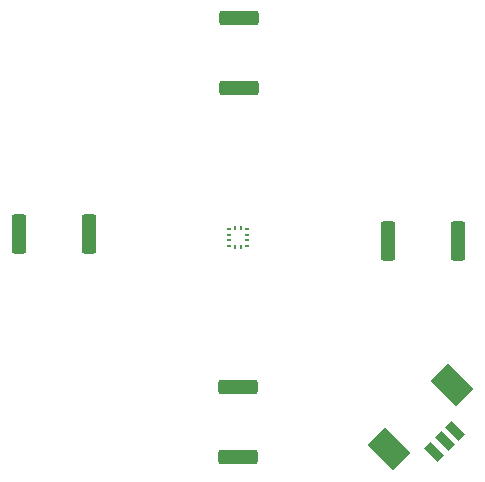
<source format=gbr>
%TF.GenerationSoftware,KiCad,Pcbnew,(6.0.8)*%
%TF.CreationDate,2022-10-28T13:46:59+02:00*%
%TF.ProjectId,view_base,76696577-5f62-4617-9365-2e6b69636164,rev?*%
%TF.SameCoordinates,Original*%
%TF.FileFunction,Paste,Bot*%
%TF.FilePolarity,Positive*%
%FSLAX46Y46*%
G04 Gerber Fmt 4.6, Leading zero omitted, Abs format (unit mm)*
G04 Created by KiCad (PCBNEW (6.0.8)) date 2022-10-28 13:46:59*
%MOMM*%
%LPD*%
G01*
G04 APERTURE LIST*
G04 Aperture macros list*
%AMRoundRect*
0 Rectangle with rounded corners*
0 $1 Rounding radius*
0 $2 $3 $4 $5 $6 $7 $8 $9 X,Y pos of 4 corners*
0 Add a 4 corners polygon primitive as box body*
4,1,4,$2,$3,$4,$5,$6,$7,$8,$9,$2,$3,0*
0 Add four circle primitives for the rounded corners*
1,1,$1+$1,$2,$3*
1,1,$1+$1,$4,$5*
1,1,$1+$1,$6,$7*
1,1,$1+$1,$8,$9*
0 Add four rect primitives between the rounded corners*
20,1,$1+$1,$2,$3,$4,$5,0*
20,1,$1+$1,$4,$5,$6,$7,0*
20,1,$1+$1,$6,$7,$8,$9,0*
20,1,$1+$1,$8,$9,$2,$3,0*%
%AMRotRect*
0 Rectangle, with rotation*
0 The origin of the aperture is its center*
0 $1 length*
0 $2 width*
0 $3 Rotation angle, in degrees counterclockwise*
0 Add horizontal line*
21,1,$1,$2,0,0,$3*%
G04 Aperture macros list end*
%ADD10R,0.410000X0.280000*%
%ADD11R,0.280000X0.410000*%
%ADD12RoundRect,0.250000X0.362500X1.425000X-0.362500X1.425000X-0.362500X-1.425000X0.362500X-1.425000X0*%
%ADD13RoundRect,0.250000X1.425000X-0.362500X1.425000X0.362500X-1.425000X0.362500X-1.425000X-0.362500X0*%
%ADD14RoundRect,0.250000X-0.362500X-1.425000X0.362500X-1.425000X0.362500X1.425000X-0.362500X1.425000X0*%
%ADD15RoundRect,0.250000X-1.425000X0.362500X-1.425000X-0.362500X1.425000X-0.362500X1.425000X0.362500X0*%
%ADD16RotRect,2.100000X2.999999X45.000000*%
%ADD17RotRect,0.800000X1.600000X45.000000*%
G04 APERTURE END LIST*
D10*
%TO.C,IC1*%
X99205000Y-100750000D03*
X99205000Y-100250000D03*
X99205000Y-99750000D03*
X99205000Y-99250000D03*
D11*
X99750000Y-99185000D03*
X100250000Y-99185000D03*
D10*
X100795000Y-99250000D03*
X100795000Y-99750000D03*
X100795000Y-100250000D03*
X100795000Y-100750000D03*
D11*
X100250000Y-100815000D03*
X99750000Y-100815000D03*
%TD*%
D12*
%TO.C,R36*%
X112737500Y-100300000D03*
X118662500Y-100300000D03*
%TD*%
D13*
%TO.C,R34*%
X100000000Y-118562500D03*
X100000000Y-112637500D03*
%TD*%
D14*
%TO.C,R32*%
X87362500Y-99700000D03*
X81437500Y-99700000D03*
%TD*%
D15*
%TO.C,R30*%
X100100000Y-87362500D03*
X100100000Y-81437500D03*
%TD*%
D16*
%TO.C,J3*%
X118127387Y-112524151D03*
X112753376Y-117898162D03*
D17*
X118374874Y-116377882D03*
X117490990Y-117261766D03*
X116607107Y-118145649D03*
%TD*%
M02*

</source>
